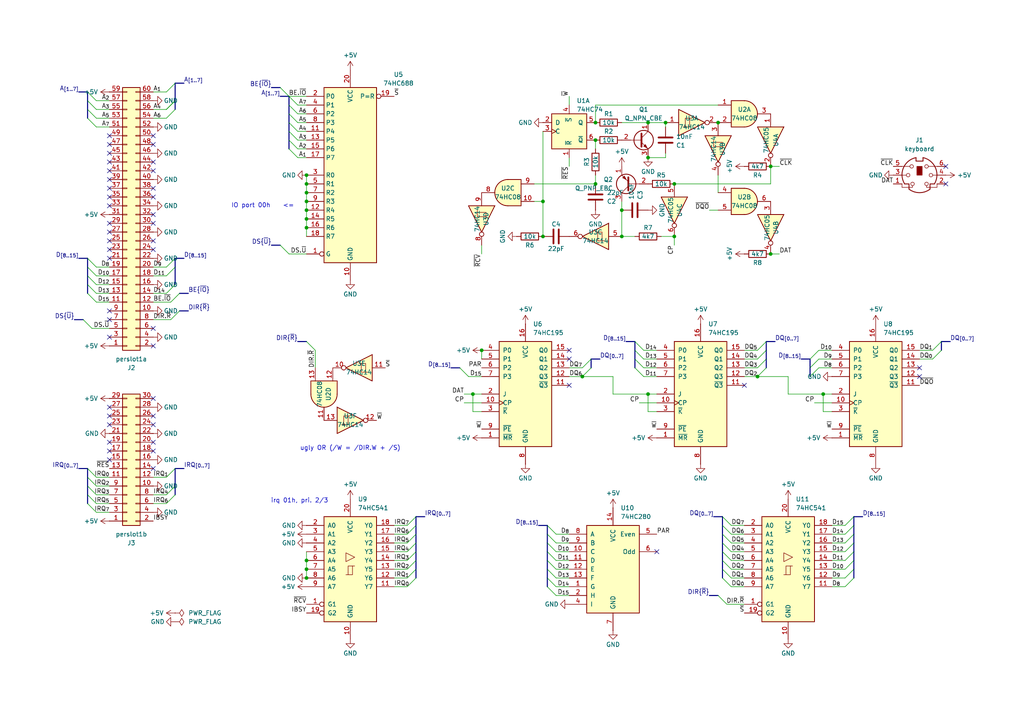
<source format=kicad_sch>
(kicad_sch (version 20250114) (generator "eeschema") (generator_version "9.0")
  (paper "A4")
  (text "IO port 00h	<=" (at 76.2 59.69 0) (effects (font (size 1.27 1.27))))
  (text "ugly OR (/W = /DIR.W + /S)" (at 101.6 130.81 0) (effects (font (size 1.27 1.27)) (justify bottom)))
  (text "irq 01h, pri. 2/3" (at 95.25 146.05 0) (effects (font (size 1.27 1.27)) (justify right bottom)))
  (junction (at 88.9 60.96))
  (junction (at 172.72 35.56))
  (junction (at 187.96 114.3))
  (junction (at 88.9 55.88))
  (junction (at 88.9 53.34))
  (junction (at 88.9 167.64))
  (junction (at 180.34 60.96))
  (junction (at 187.96 45.72))
  (junction (at 195.58 53.34))
  (junction (at 88.9 58.42))
  (junction (at 157.48 58.42))
  (junction (at 88.9 162.56))
  (junction (at 88.9 50.8))
  (junction (at 322.58 60.96))
  (junction (at 88.9 63.5))
  (junction (at 137.16 114.3))
  (junction (at 238.76 114.3))
  (junction (at 187.96 35.56))
  (junction (at 208.28 35.56))
  (junction (at 172.72 40.64))
  (junction (at 223.52 73.66))
  (junction (at 322.58 96.52))
  (junction (at 195.58 68.58))
  (junction (at 219.71 109.22))
  (junction (at 88.9 66.04))
  (junction (at 168.91 109.22))
  (junction (at 193.04 35.56))
  (junction (at 88.9 165.1))
  (junction (at 139.7 101.6))
  (junction (at 172.72 53.34))
  (junction (at 223.52 48.26))
  (junction (at 157.48 68.58))
  (junction (at 322.58 88.9))
  (junction (at 180.34 68.58))
  (no_connect (at 31.75 69.85))
  (no_connect (at 44.45 41.91))
  (no_connect (at 44.45 120.65))
  (no_connect (at 31.75 41.91))
  (no_connect (at 31.75 74.93))
  (no_connect (at 44.45 115.57))
  (no_connect (at 266.7 106.68))
  (no_connect (at 44.45 95.25))
  (no_connect (at 44.45 100.33))
  (no_connect (at 31.75 118.11))
  (no_connect (at 31.75 54.61))
  (no_connect (at 44.45 62.23))
  (no_connect (at 31.75 120.65))
  (no_connect (at 44.45 72.39))
  (no_connect (at 44.45 54.61))
  (no_connect (at 44.45 69.85))
  (no_connect (at 44.45 57.15))
  (no_connect (at 44.45 135.89))
  (no_connect (at 31.75 52.07))
  (no_connect (at 31.75 128.27))
  (no_connect (at 215.9 111.76))
  (no_connect (at 31.75 46.99))
  (no_connect (at 44.45 39.37))
  (no_connect (at 274.32 48.26))
  (no_connect (at 31.75 72.39))
  (no_connect (at 337.82 96.52))
  (no_connect (at 31.75 57.15))
  (no_connect (at 31.75 90.17))
  (no_connect (at 31.75 39.37))
  (no_connect (at 266.7 109.22))
  (no_connect (at 44.45 123.19))
  (no_connect (at 337.82 88.9))
  (no_connect (at 44.45 128.27))
  (no_connect (at 31.75 123.19))
  (no_connect (at 31.75 64.77))
  (no_connect (at 31.75 67.31))
  (no_connect (at 31.75 97.79))
  (no_connect (at 44.45 130.81))
  (no_connect (at 31.75 44.45))
  (no_connect (at 44.45 46.99))
  (no_connect (at 165.1 104.14))
  (no_connect (at 31.75 59.69))
  (no_connect (at 190.5 160.02))
  (no_connect (at 31.75 133.35))
  (no_connect (at 274.32 53.34))
  (no_connect (at 337.82 104.14))
  (no_connect (at 44.45 49.53))
  (no_connect (at 337.82 66.04))
  (no_connect (at 337.82 60.96))
  (no_connect (at 44.45 64.77))
  (no_connect (at 31.75 49.53))
  (no_connect (at 31.75 92.71))
  (no_connect (at 165.1 101.6))
  (no_connect (at 165.1 111.76))
  (no_connect (at 31.75 130.81))
  (bus_entry (at 118.11 152.4) (size 2.54 -2.54))
  (bus_entry (at 219.71 106.68) (size 2.54 -2.54))
  (bus_entry (at 219.71 109.22) (size 2.54 -2.54))
  (bus_entry (at 245.11 170.18) (size 2.54 -2.54))
  (bus_entry (at 219.71 104.14) (size 2.54 -2.54))
  (bus_entry (at 212.09 165.1) (size -2.54 -2.54))
  (bus_entry (at 27.94 148.59) (size -2.54 -2.54))
  (bus_entry (at 118.11 157.48) (size 2.54 -2.54))
  (bus_entry (at 245.11 154.94) (size 2.54 -2.54))
  (bus_entry (at 161.29 170.18) (size -2.54 -2.54))
  (bus_entry (at 118.11 165.1) (size 2.54 -2.54))
  (bus_entry (at 245.11 165.1) (size 2.54 -2.54))
  (bus_entry (at 186.69 101.6) (size -2.54 -2.54))
  (bus_entry (at 48.26 77.47) (size 2.54 -2.54))
  (bus_entry (at 212.09 152.4) (size -2.54 -2.54))
  (bus_entry (at 212.09 154.94) (size -2.54 -2.54))
  (bus_entry (at 212.09 170.18) (size -2.54 -2.54))
  (bus_entry (at 245.11 162.56) (size 2.54 -2.54))
  (bus_entry (at 186.69 109.22) (size -2.54 -2.54))
  (bus_entry (at 86.36 40.64) (size -2.54 -2.54))
  (bus_entry (at 219.71 101.6) (size 2.54 -2.54))
  (bus_entry (at 86.36 33.02) (size -2.54 -2.54))
  (bus_entry (at 237.49 104.14) (size -2.54 2.54))
  (bus_entry (at 27.94 82.55) (size -2.54 -2.54))
  (bus_entry (at 48.26 146.05) (size 2.54 -2.54))
  (bus_entry (at 27.94 87.63) (size -2.54 -2.54))
  (bus_entry (at 161.29 157.48) (size -2.54 -2.54))
  (bus_entry (at 237.49 106.68) (size -2.54 2.54))
  (bus_entry (at 212.09 160.02) (size -2.54 -2.54))
  (bus_entry (at 118.11 162.56) (size 2.54 -2.54))
  (bus_entry (at 83.82 27.94) (size -2.54 -2.54))
  (bus_entry (at 245.11 157.48) (size 2.54 -2.54))
  (bus_entry (at 86.36 35.56) (size -2.54 -2.54))
  (bus_entry (at 83.82 73.66) (size -2.54 -2.54))
  (bus_entry (at 27.94 31.75) (size -2.54 -2.54))
  (bus_entry (at 168.91 106.68) (size 2.54 -2.54))
  (bus_entry (at 48.26 31.75) (size 2.54 -2.54))
  (bus_entry (at 118.11 167.64) (size 2.54 -2.54))
  (bus_entry (at 168.91 109.22) (size 2.54 -2.54))
  (bus_entry (at 161.29 167.64) (size -2.54 -2.54))
  (bus_entry (at 212.09 162.56) (size -2.54 -2.54))
  (bus_entry (at 245.11 152.4) (size 2.54 -2.54))
  (bus_entry (at 86.36 30.48) (size -2.54 -2.54))
  (bus_entry (at 135.89 109.22) (size -2.54 -2.54))
  (bus_entry (at 27.94 146.05) (size -2.54 -2.54))
  (bus_entry (at 210.82 175.26) (size -2.54 -2.54))
  (bus_entry (at 48.26 34.29) (size 2.54 -2.54))
  (bus_entry (at 212.09 167.64) (size -2.54 -2.54))
  (bus_entry (at 48.26 80.01) (size 2.54 -2.54))
  (bus_entry (at 86.36 45.72) (size -2.54 -2.54))
  (bus_entry (at 27.94 34.29) (size -2.54 -2.54))
  (bus_entry (at 27.94 80.01) (size -2.54 -2.54))
  (bus_entry (at 48.26 138.43) (size 2.54 -2.54))
  (bus_entry (at 27.94 36.83) (size -2.54 -2.54))
  (bus_entry (at 27.94 85.09) (size -2.54 -2.54))
  (bus_entry (at 161.29 160.02) (size -2.54 -2.54))
  (bus_entry (at 118.11 160.02) (size 2.54 -2.54))
  (bus_entry (at 27.94 138.43) (size -2.54 -2.54))
  (bus_entry (at 48.26 143.51) (size 2.54 -2.54))
  (bus_entry (at 161.29 165.1) (size -2.54 -2.54))
  (bus_entry (at 245.11 160.02) (size 2.54 -2.54))
  (bus_entry (at 49.53 87.63) (size 2.54 -2.54))
  (bus_entry (at 118.11 154.94) (size 2.54 -2.54))
  (bus_entry (at 118.11 170.18) (size 2.54 -2.54))
  (bus_entry (at 27.94 140.97) (size -2.54 -2.54))
  (bus_entry (at 48.26 85.09) (size 2.54 -2.54))
  (bus_entry (at 48.26 31.75) (size 2.54 -2.54))
  (bus_entry (at 161.29 162.56) (size -2.54 -2.54))
  (bus_entry (at 270.51 101.6) (size 2.54 -2.54))
  (bus_entry (at 86.36 38.1) (size -2.54 -2.54))
  (bus_entry (at 161.29 154.94) (size -2.54 -2.54))
  (bus_entry (at 27.94 77.47) (size -2.54 -2.54))
  (bus_entry (at 245.11 167.64) (size 2.54 -2.54))
  (bus_entry (at 86.36 43.18) (size -2.54 -2.54))
  (bus_entry (at 212.09 157.48) (size -2.54 -2.54))
  (bus_entry (at 186.69 104.14) (size -2.54 -2.54))
  (bus_entry (at 237.49 101.6) (size -2.54 2.54))
  (bus_entry (at 27.94 29.21) (size -2.54 -2.54))
  (bus_entry (at 270.51 104.14) (size 2.54 -2.54))
  (bus_entry (at 186.69 106.68) (size -2.54 -2.54))
  (bus_entry (at 161.29 172.72) (size -2.54 -2.54))
  (bus_entry (at 48.26 26.67) (size 2.54 -2.54))
  (bus_entry (at 91.44 101.6) (size -2.54 -2.54))
  (bus_entry (at 27.94 143.51) (size -2.54 -2.54))
  (bus_entry (at 49.53 92.71) (size 2.54 -2.54))
  (bus_entry (at 24.13 92.71) (size 2.54 2.54))
  (wire (pts (xy 322.58 96.52) (xy 322.58 104.14)))
  (wire (pts (xy 195.58 53.34) (xy 223.52 53.34)))
  (bus (pts (xy 158.75 165.1) (xy 158.75 162.56)))
  (bus (pts (xy 50.8 82.55) (xy 50.8 77.47)))
  (wire (pts (xy 241.3 170.18) (xy 245.11 170.18)))
  (wire (pts (xy 139.7 114.3) (xy 137.16 114.3)))
  (wire (pts (xy 165.1 165.1) (xy 161.29 165.1)))
  (wire (pts (xy 215.9 175.26) (xy 210.82 175.26)))
  (bus (pts (xy 273.05 99.06) (xy 273.05 101.6)))
  (bus (pts (xy 50.8 77.47) (xy 50.8 74.93)))
  (wire (pts (xy 44.45 138.43) (xy 48.26 138.43)))
  (wire (pts (xy 88.9 53.34) (xy 88.9 55.88)))
  (bus (pts (xy 181.61 99.06) (xy 184.15 99.06)))
  (bus (pts (xy 25.4 31.75) (xy 25.4 34.29)))
  (wire (pts (xy 44.45 87.63) (xy 49.53 87.63)))
  (wire (pts (xy 180.34 60.96) (xy 180.34 58.42)))
  (wire (pts (xy 205.74 60.96) (xy 208.28 60.96)))
  (wire (pts (xy 31.75 82.55) (xy 27.94 82.55)))
  (wire (pts (xy 88.9 38.1) (xy 86.36 38.1)))
  (wire (pts (xy 228.6 109.22) (xy 228.6 114.3)))
  (wire (pts (xy 157.48 58.42) (xy 157.48 68.58)))
  (wire (pts (xy 137.16 114.3) (xy 137.16 119.38)))
  (wire (pts (xy 165.1 154.94) (xy 161.29 154.94)))
  (wire (pts (xy 190.5 101.6) (xy 186.69 101.6)))
  (wire (pts (xy 88.9 33.02) (xy 86.36 33.02)))
  (bus (pts (xy 83.82 40.64) (xy 83.82 43.18)))
  (wire (pts (xy 31.75 77.47) (xy 27.94 77.47)))
  (wire (pts (xy 208.28 30.48) (xy 172.72 30.48)))
  (bus (pts (xy 25.4 77.47) (xy 25.4 74.93)))
  (wire (pts (xy 134.62 114.3) (xy 137.16 114.3)))
  (wire (pts (xy 238.76 119.38) (xy 241.3 119.38)))
  (wire (pts (xy 88.9 162.56) (xy 88.9 160.02)))
  (wire (pts (xy 180.34 60.96) (xy 180.34 68.58)))
  (bus (pts (xy 83.82 30.48) (xy 83.82 27.94)))
  (bus (pts (xy 209.55 162.56) (xy 209.55 160.02)))
  (bus (pts (xy 209.55 149.86) (xy 209.55 152.4)))
  (bus (pts (xy 22.86 74.93) (xy 25.4 74.93)))
  (wire (pts (xy 44.45 85.09) (xy 48.26 85.09)))
  (wire (pts (xy 168.91 109.22) (xy 177.8 109.22)))
  (bus (pts (xy 25.4 29.21) (xy 25.4 31.75)))
  (wire (pts (xy 165.1 109.22) (xy 168.91 109.22)))
  (bus (pts (xy 83.82 33.02) (xy 83.82 30.48)))
  (wire (pts (xy 114.3 167.64) (xy 118.11 167.64)))
  (wire (pts (xy 154.94 58.42) (xy 157.48 58.42)))
  (bus (pts (xy 25.4 26.67) (xy 25.4 29.21)))
  (bus (pts (xy 209.55 165.1) (xy 209.55 162.56)))
  (bus (pts (xy 25.4 135.89) (xy 25.4 138.43)))
  (wire (pts (xy 31.75 36.83) (xy 27.94 36.83)))
  (bus (pts (xy 234.95 106.68) (xy 234.95 109.22)))
  (bus (pts (xy 25.4 80.01) (xy 25.4 77.47)))
  (bus (pts (xy 83.82 35.56) (xy 83.82 38.1)))
  (bus (pts (xy 81.28 27.94) (xy 83.82 27.94)))
  (wire (pts (xy 228.6 114.3) (xy 238.76 114.3)))
  (wire (pts (xy 88.9 43.18) (xy 86.36 43.18)))
  (wire (pts (xy 31.75 140.97) (xy 27.94 140.97)))
  (wire (pts (xy 241.3 160.02) (xy 245.11 160.02)))
  (bus (pts (xy 247.65 154.94) (xy 247.65 152.4)))
  (bus (pts (xy 158.75 162.56) (xy 158.75 160.02)))
  (wire (pts (xy 44.45 77.47) (xy 48.26 77.47)))
  (wire (pts (xy 114.3 165.1) (xy 118.11 165.1)))
  (wire (pts (xy 44.45 34.29) (xy 48.26 34.29)))
  (bus (pts (xy 222.25 101.6) (xy 222.25 104.14)))
  (wire (pts (xy 88.9 73.66) (xy 83.82 73.66)))
  (bus (pts (xy 78.74 71.12) (xy 81.28 71.12)))
  (wire (pts (xy 31.75 31.75) (xy 27.94 31.75)))
  (bus (pts (xy 232.41 104.14) (xy 234.95 104.14)))
  (wire (pts (xy 165.1 48.26) (xy 165.1 45.72)))
  (wire (pts (xy 177.8 114.3) (xy 187.96 114.3)))
  (wire (pts (xy 193.04 35.56) (xy 193.04 36.83)))
  (bus (pts (xy 184.15 106.68) (xy 184.15 104.14)))
  (wire (pts (xy 223.52 48.26) (xy 223.52 53.34)))
  (wire (pts (xy 134.62 116.84) (xy 139.7 116.84)))
  (wire (pts (xy 165.1 162.56) (xy 161.29 162.56)))
  (bus (pts (xy 50.8 140.97) (xy 50.8 143.51)))
  (wire (pts (xy 88.9 27.94) (xy 83.82 27.94)))
  (wire (pts (xy 187.96 35.56) (xy 193.04 35.56)))
  (bus (pts (xy 184.15 101.6) (xy 184.15 99.06)))
  (bus (pts (xy 21.59 92.71) (xy 24.13 92.71)))
  (wire (pts (xy 215.9 167.64) (xy 212.09 167.64)))
  (wire (pts (xy 114.3 162.56) (xy 118.11 162.56)))
  (bus (pts (xy 120.65 157.48) (xy 120.65 160.02)))
  (wire (pts (xy 44.45 31.75) (xy 48.26 31.75)))
  (wire (pts (xy 215.9 160.02) (xy 212.09 160.02)))
  (wire (pts (xy 241.3 114.3) (xy 238.76 114.3)))
  (wire (pts (xy 139.7 71.12) (xy 139.7 73.66)))
  (wire (pts (xy 236.22 116.84) (xy 241.3 116.84)))
  (wire (pts (xy 137.16 119.38) (xy 139.7 119.38)))
  (bus (pts (xy 53.34 24.13) (xy 50.8 24.13)))
  (bus (pts (xy 209.55 152.4) (xy 209.55 154.94)))
  (wire (pts (xy 193.04 45.72) (xy 193.04 44.45)))
  (wire (pts (xy 241.3 104.14) (xy 237.49 104.14)))
  (bus (pts (xy 50.8 24.13) (xy 50.8 29.21)))
  (wire (pts (xy 187.96 114.3) (xy 187.96 119.38)))
  (wire (pts (xy 165.1 157.48) (xy 161.29 157.48)))
  (wire (pts (xy 241.3 154.94) (xy 245.11 154.94)))
  (bus (pts (xy 25.4 82.55) (xy 25.4 80.01)))
  (bus (pts (xy 247.65 167.64) (xy 247.65 165.1)))
  (wire (pts (xy 215.9 165.1) (xy 212.09 165.1)))
  (wire (pts (xy 165.1 106.68) (xy 168.91 106.68)))
  (bus (pts (xy 120.65 154.94) (xy 120.65 157.48)))
  (wire (pts (xy 223.52 48.26) (xy 226.06 48.26)))
  (wire (pts (xy 165.1 167.64) (xy 161.29 167.64)))
  (wire (pts (xy 215.9 157.48) (xy 212.09 157.48)))
  (wire (pts (xy 172.72 43.18) (xy 172.72 40.64)))
  (wire (pts (xy 114.3 157.48) (xy 118.11 157.48)))
  (wire (pts (xy 180.34 68.58) (xy 184.15 68.58)))
  (wire (pts (xy 208.28 50.8) (xy 208.28 55.88)))
  (bus (pts (xy 120.65 162.56) (xy 120.65 165.1)))
  (wire (pts (xy 238.76 114.3) (xy 238.76 119.38)))
  (bus (pts (xy 120.65 160.02) (xy 120.65 162.56)))
  (wire (pts (xy 185.42 116.84) (xy 190.5 116.84)))
  (wire (pts (xy 187.96 119.38) (xy 190.5 119.38)))
  (bus (pts (xy 25.4 135.89) (xy 22.86 135.89)))
  (wire (pts (xy 215.9 104.14) (xy 219.71 104.14)))
  (wire (pts (xy 241.3 101.6) (xy 237.49 101.6)))
  (wire (pts (xy 88.9 30.48) (xy 86.36 30.48)))
  (wire (pts (xy 114.3 160.02) (xy 118.11 160.02)))
  (wire (pts (xy 26.67 95.25) (xy 31.75 95.25)))
  (wire (pts (xy 241.3 106.68) (xy 237.49 106.68)))
  (wire (pts (xy 215.9 152.4) (xy 212.09 152.4)))
  (wire (pts (xy 31.75 146.05) (xy 27.94 146.05)))
  (bus (pts (xy 234.95 104.14) (xy 234.95 106.68)))
  (wire (pts (xy 88.9 55.88) (xy 88.9 58.42)))
  (wire (pts (xy 91.44 106.68) (xy 91.44 101.6)))
  (wire (pts (xy 215.9 101.6) (xy 219.71 101.6)))
  (wire (pts (xy 139.7 101.6) (xy 139.7 104.14)))
  (bus (pts (xy 25.4 138.43) (xy 25.4 140.97)))
  (bus (pts (xy 224.79 99.06) (xy 222.25 99.06)))
  (wire (pts (xy 266.7 101.6) (xy 270.51 101.6)))
  (wire (pts (xy 215.9 170.18) (xy 212.09 170.18)))
  (bus (pts (xy 247.65 160.02) (xy 247.65 157.48)))
  (bus (pts (xy 222.25 104.14) (xy 222.25 106.68)))
  (bus (pts (xy 247.65 149.86) (xy 250.19 149.86)))
  (wire (pts (xy 172.72 50.8) (xy 172.72 53.34)))
  (bus (pts (xy 158.75 152.4) (xy 156.21 152.4)))
  (wire (pts (xy 195.58 68.58) (xy 195.58 71.12)))
  (bus (pts (xy 50.8 135.89) (xy 50.8 140.97)))
  (bus (pts (xy 207.01 149.86) (xy 209.55 149.86)))
  (wire (pts (xy 114.3 152.4) (xy 118.11 152.4)))
  (wire (pts (xy 114.3 170.18) (xy 118.11 170.18)))
  (wire (pts (xy 172.72 30.48) (xy 172.72 35.56)))
  (wire (pts (xy 241.3 165.1) (xy 245.11 165.1)))
  (wire (pts (xy 31.75 148.59) (xy 27.94 148.59)))
  (wire (pts (xy 190.5 109.22) (xy 186.69 109.22)))
  (bus (pts (xy 22.86 26.67) (xy 25.4 26.67)))
  (bus (pts (xy 171.45 104.14) (xy 171.45 106.68)))
  (wire (pts (xy 88.9 167.64) (xy 88.9 165.1)))
  (bus (pts (xy 83.82 35.56) (xy 83.82 33.02)))
  (wire (pts (xy 88.9 63.5) (xy 88.9 66.04)))
  (bus (pts (xy 25.4 140.97) (xy 25.4 143.51)))
  (wire (pts (xy 31.75 34.29) (xy 27.94 34.29)))
  (wire (pts (xy 165.1 172.72) (xy 161.29 172.72)))
  (wire (pts (xy 165.1 27.94) (xy 165.1 30.48)))
  (wire (pts (xy 88.9 35.56) (xy 86.36 35.56)))
  (wire (pts (xy 31.75 143.51) (xy 27.94 143.51)))
  (wire (pts (xy 88.9 50.8) (xy 88.9 53.34)))
  (wire (pts (xy 177.8 109.22) (xy 177.8 114.3)))
  (wire (pts (xy 88.9 60.96) (xy 88.9 63.5)))
  (wire (pts (xy 154.94 53.34) (xy 172.72 53.34)))
  (bus (pts (xy 120.65 165.1) (xy 120.65 167.64)))
  (bus (pts (xy 158.75 154.94) (xy 158.75 152.4)))
  (bus (pts (xy 209.55 157.48) (xy 209.55 154.94)))
  (wire (pts (xy 322.58 60.96) (xy 322.58 63.5)))
  (bus (pts (xy 50.8 135.89) (xy 53.34 135.89)))
  (wire (pts (xy 180.34 35.56) (xy 187.96 35.56)))
  (bus (pts (xy 54.61 85.09) (xy 52.07 85.09)))
  (bus (pts (xy 275.59 99.06) (xy 273.05 99.06)))
  (wire (pts (xy 31.75 80.01) (xy 27.94 80.01)))
  (wire (pts (xy 190.5 106.68) (xy 186.69 106.68)))
  (wire (pts (xy 31.75 138.43) (xy 27.94 138.43)))
  (bus (pts (xy 54.61 90.17) (xy 52.07 90.17)))
  (wire (pts (xy 31.75 29.21) (xy 27.94 29.21)))
  (bus (pts (xy 25.4 143.51) (xy 25.4 146.05)))
  (wire (pts (xy 223.52 73.66) (xy 226.06 73.66)))
  (wire (pts (xy 88.9 58.42) (xy 88.9 60.96)))
  (wire (pts (xy 139.7 109.22) (xy 135.89 109.22)))
  (bus (pts (xy 158.75 170.18) (xy 158.75 167.64)))
  (wire (pts (xy 157.48 38.1) (xy 157.48 58.42)))
  (wire (pts (xy 241.3 162.56) (xy 245.11 162.56)))
  (wire (pts (xy 88.9 66.04) (xy 88.9 68.58)))
  (bus (pts (xy 83.82 38.1) (xy 83.82 40.64)))
  (wire (pts (xy 215.9 106.68) (xy 219.71 106.68)))
  (wire (pts (xy 44.45 92.71) (xy 49.53 92.71)))
  (wire (pts (xy 44.45 143.51) (xy 48.26 143.51)))
  (wire (pts (xy 44.45 146.05) (xy 48.26 146.05)))
  (bus (pts (xy 120.65 149.86) (xy 120.65 152.4)))
  (wire (pts (xy 241.3 152.4) (xy 245.11 152.4)))
  (bus (pts (xy 25.4 85.09) (xy 25.4 82.55)))
  (wire (pts (xy 88.9 165.1) (xy 88.9 162.56)))
  (bus (pts (xy 173.99 104.14) (xy 171.45 104.14)))
  (bus (pts (xy 130.81 106.68) (xy 133.35 106.68)))
  (wire (pts (xy 165.1 170.18) (xy 161.29 170.18)))
  (wire (pts (xy 88.9 40.64) (xy 86.36 40.64)))
  (wire (pts (xy 322.58 88.9) (xy 322.58 96.52)))
  (wire (pts (xy 215.9 154.94) (xy 212.09 154.94)))
  (bus (pts (xy 120.65 149.86) (xy 123.19 149.86)))
  (wire (pts (xy 266.7 104.14) (xy 270.51 104.14)))
  (bus (pts (xy 222.25 99.06) (xy 222.25 101.6)))
  (wire (pts (xy 190.5 114.3) (xy 187.96 114.3)))
  (bus (pts (xy 247.65 165.1) (xy 247.65 162.56)))
  (wire (pts (xy 187.96 45.72) (xy 193.04 45.72)))
  (wire (pts (xy 241.3 157.48) (xy 245.11 157.48)))
  (wire (pts (xy 190.5 104.14) (xy 186.69 104.14)))
  (wire (pts (xy 44.45 80.01) (xy 48.26 80.01)))
  (wire (pts (xy 31.75 85.09) (xy 27.94 85.09)))
  (wire (pts (xy 165.1 160.02) (xy 161.29 160.02)))
  (wire (pts (xy 114.3 154.94) (xy 118.11 154.94)))
  (wire (pts (xy 88.9 45.72) (xy 86.36 45.72)))
  (bus (pts (xy 184.15 104.14) (xy 184.15 101.6)))
  (bus (pts (xy 247.65 157.48) (xy 247.65 154.94)))
  (wire (pts (xy 191.77 68.58) (xy 195.58 68.58)))
  (bus (pts (xy 78.74 25.4) (xy 81.28 25.4)))
  (wire (pts (xy 215.9 109.22) (xy 219.71 109.22)))
  (wire (pts (xy 219.71 109.22) (xy 228.6 109.22)))
  (bus (pts (xy 247.65 152.4) (xy 247.65 149.86)))
  (wire (pts (xy 44.45 26.67) (xy 48.26 26.67)))
  (bus (pts (xy 158.75 160.02) (xy 158.75 157.48)))
  (bus (pts (xy 50.8 29.21) (xy 50.8 31.75)))
  (bus (pts (xy 120.65 152.4) (xy 120.65 154.94)))
  (bus (pts (xy 158.75 167.64) (xy 158.75 165.1)))
  (bus (pts (xy 209.55 167.64) (xy 209.55 165.1)))
  (bus (pts (xy 158.75 157.48) (xy 158.75 154.94)))
  (bus (pts (xy 50.8 74.93) (xy 53.34 74.93)))
  (bus (pts (xy 247.65 162.56) (xy 247.65 160.02)))
  (wire (pts (xy 215.9 162.56) (xy 212.09 162.56)))
  (wire (pts (xy 31.75 87.63) (xy 27.94 87.63)))
  (bus (pts (xy 209.55 160.02) (xy 209.55 157.48)))
  (wire (pts (xy 241.3 167.64) (xy 245.11 167.64)))
  (bus (pts (xy 205.74 172.72) (xy 208.28 172.72)))
  (bus (pts (xy 86.36 99.06) (xy 88.9 99.06)))
  (label "IRQ_{6}" (at 114.3 154.94 0))
  (label "DQ_{0}" (at 266.7 104.14 0))
  (label "~{CLK}" (at 259.08 48.26 180))
  (label "BE.~{IO}" (at 44.45 87.63 0))
  (label "DAT" (at 259.08 53.34 180))
  (label "DQ_{0}" (at 215.9 170.18 180))
  (label "IRQ_{3}" (at 31.75 143.51 180))
  (label "DAT" (at 226.06 73.66 0))
  (label "D_{12}" (at 241.3 160.02 0))
  (label "DQ_{7}" (at 215.9 152.4 180))
  (label "~{W}" (at 109.22 121.92 0))
  (label "IBSY" (at 44.45 151.13 0))
  (label "A_{4}" (at 44.45 31.75 0))
  (label "~{DQO}" (at 266.7 111.76 0))
  (label "PAR" (at 139.7 106.68 180))
  (label "A_{4}" (at 88.9 38.1 180))
  (label "D_{10}" (at 165.1 160.02 180))
  (label "D_{8}" (at 241.3 106.68 180))
  (label "DQ_{5}" (at 215.9 157.48 180))
  (label "CP" (at 195.58 71.12 270))
  (label "A_{7}" (at 31.75 36.83 180))
  (label "D_{15}" (at 165.1 172.72 180))
  (label "IRQ_{[0..7]}" (at 53.34 135.89 0))
  (label "DS{~{U}}" (at 21.59 92.71 180))
  (label "IRQ_{7}" (at 31.75 148.59 180))
  (label "DQ_{1}" (at 266.7 101.6 0))
  (label "~{W}" (at 139.7 124.46 180))
  (label "D_{9}" (at 241.3 104.14 180))
  (label "~{S}" (at 111.76 106.68 0))
  (label "D_{10}" (at 241.3 165.1 0))
  (label "DIR{~{R}}" (at 205.74 172.72 180))
  (label "D_{14}" (at 190.5 101.6 180))
  (label "D_{11}" (at 44.45 80.01 0))
  (label "A_{[1..7]}" (at 22.86 26.67 180))
  (label "D_{9}" (at 44.45 77.47 0))
  (label "~{RCV}" (at 88.9 175.26 180))
  (label "CP" (at 185.42 116.84 180))
  (label "~{RES}" (at 165.1 48.26 270))
  (label "DQ_{[0..7]}" (at 173.99 104.14 0))
  (label "A_{2}" (at 88.9 43.18 180))
  (label "D_{10}" (at 241.3 101.6 180))
  (label "D_{8}" (at 165.1 154.94 180))
  (label "IRQ_{2}" (at 114.3 165.1 0))
  (label "IRQ_{4}" (at 44.45 143.51 0))
  (label "A_{[1..7]}" (at 53.34 24.13 0))
  (label "D_{13}" (at 241.3 157.48 0))
  (label "A_{3}" (at 88.9 40.64 180))
  (label "~{S}" (at 215.9 177.8 180))
  (label "A_{5}" (at 88.9 35.56 180))
  (label "PAR" (at 190.5 154.94 0))
  (label "D_{14}" (at 44.45 85.09 0))
  (label "D_{11}" (at 241.3 162.56 0))
  (label "D_{[8..15]}" (at 250.19 149.86 0))
  (label "D_{8}" (at 241.3 170.18 0))
  (label "BE{~{IO}}" (at 78.74 25.4 180))
  (label "A_{2}" (at 31.75 29.21 180))
  (label "D_{8}" (at 31.75 77.47 180))
  (label "DS{~{U}}" (at 78.74 71.12 180))
  (label "D_{[8..15]}" (at 232.41 104.14 180))
  (label "~{DQO}" (at 205.74 60.96 180))
  (label "D_{[8..15]}" (at 22.86 74.93 180))
  (label "IRQ_{[0..7]}" (at 22.86 135.89 180))
  (label "IRQ_{5}" (at 31.75 146.05 180))
  (label "IRQ_{6}" (at 44.45 146.05 0))
  (label "D_{13}" (at 165.1 167.64 180))
  (label "DAT" (at 134.62 114.3 180))
  (label "~{RES}" (at 31.75 135.89 180))
  (label "IRQ_{5}" (at 114.3 157.48 0))
  (label "DQ_{3}" (at 215.9 106.68 0))
  (label "~{S}" (at 114.3 27.94 0))
  (label "IBSY" (at 88.9 177.8 180))
  (label "DIR{~{R}}" (at 86.36 99.06 180))
  (label "D_{14}" (at 165.1 170.18 180))
  (label "DS.~{U}" (at 31.75 95.25 180))
  (label "~{W}" (at 165.1 27.94 90))
  (label "DQ_{5}" (at 215.9 101.6 0))
  (label "A_{1}" (at 88.9 45.72 180))
  (label "D_{9}" (at 165.1 157.48 180))
  (label "D_{15}" (at 31.75 87.63 180))
  (label "DQ_{2}" (at 215.9 165.1 180))
  (label "D_{[8..15]}" (at 53.34 74.93 0))
  (label "D_{11}" (at 165.1 162.56 180))
  (label "~{W}" (at 190.5 124.46 180))
  (label "D_{15}" (at 139.7 109.22 180))
  (label "IRQ_{0}" (at 114.3 170.18 0))
  (label "DIR.~{R}" (at 215.9 175.26 180))
  (label "D_{13}" (at 190.5 104.14 180))
  (label "DQ_{6}" (at 165.1 109.22 0))
  (label "D_{11}" (at 190.5 109.22 180))
  (label "D_{13}" (at 31.75 85.09 180))
  (label "DIR.~{R}" (at 91.44 106.68 90))
  (label "BE{~{IO}}" (at 54.61 85.09 0))
  (label "IRQ_{1}" (at 114.3 167.64 0))
  (label "DQ_{3}" (at 215.9 162.56 180))
  (label "A_{7}" (at 88.9 30.48 180))
  (label "DIR.~{R}" (at 44.45 92.71 0))
  (label "D_{12}" (at 165.1 165.1 180))
  (label "DQ_{[0..7]}" (at 207.01 149.86 180))
  (label "IRQ_{1}" (at 44.45 138.43 0))
  (label "CP" (at 134.62 116.84 180))
  (label "D_{14}" (at 241.3 154.94 0))
  (label "A_{6}" (at 44.45 34.29 0))
  (label "D_{12}" (at 190.5 106.68 180))
  (label "IRQ_{7}" (at 114.3 152.4 0))
  (label "DS.~{U}" (at 88.9 73.66 180))
  (label "DQ_{[0..7]}" (at 224.79 99.06 0))
  (label "D_{[8..15]}" (at 156.21 152.4 180))
  (label "DQ_{1}" (at 215.9 167.64 180))
  (label "IRQ_{0}" (at 31.75 138.43 180))
  (label "DQ_{[0..7]}" (at 275.59 99.06 0))
  (label "CP" (at 236.22 116.84 180))
  (label "~{RCV}" (at 139.7 73.66 270))
  (label "~{W}" (at 241.3 124.46 180))
  (label "A_{6}" (at 88.9 33.02 180))
  (label "A_{1}" (at 44.45 26.67 0))
  (label "DQ_{4}" (at 215.9 104.14 0))
  (label "D_{15}" (at 241.3 152.4 0))
  (label "D_{10}" (at 31.75 80.01 180))
  (label "BE.~{IO}" (at 88.9 27.94 180))
  (label "A_{3}" (at 31.75 31.75 180))
  (label "DQ_{7}" (at 165.1 106.68 0))
  (label "DQ_{6}" (at 215.9 154.94 180))
  (label "D_{12}" (at 31.75 82.55 180))
  (label "~{CLK}" (at 226.06 48.26 0))
  (label "IRQ_{4}" (at 114.3 160.02 0))
  (label "IRQ_{[0..7]}" (at 123.19 149.86 0))
  (label "IRQ_{3}" (at 114.3 162.56 0))
  (label "D_{9}" (at 241.3 167.64 0))
  (label "DQ_{2}" (at 215.9 109.22 0))
  (label "A_{5}" (at 31.75 34.29 180))
  (label "IRQ_{2}" (at 31.75 140.97 180))
  (label "D_{[8..15]}" (at 130.81 106.68 180))
  (label "D_{[8..15]}" (at 181.61 99.06 180))
  (label "DIR{~{R}}" (at 54.61 90.17 0))
  (label "DQ_{4}" (at 215.9 160.02 180))
  (label "A_{[1..7]}" (at 81.28 27.94 180))
  (symbol (lib_id "power:GND") (at 254 134.62 0) (mirror y) (unit 1)
    (property "Reference" "#PWR054" (effects (hide yes)))
    (property "Value" "GND" (at 254 138.684 0))
    (property "Description" "Power symbol creates a global label with name \"GND\" , ground" (effects (hide yes)))
  )
  (symbol (lib_id "power:GND") (at 44.45 59.69 90) (mirror x) (unit 1)
    (property "Reference" "#PWR023" (effects (hide yes)))
    (property "Value" "GND" (at 47.498 59.69 90) (effects (justify right)))
    (property "Description" "Power symbol creates a global label with name \"GND\" , ground" (effects (hide yes)))
  )
  (symbol (lib_id "power:+9V") (at 254 93.98 0) (unit 1)
    (property "Reference" "#PWR039" (effects (hide yes)))
    (property "Value" "+5V" (at 254 89.662 0))
    (property "Description" "Power symbol creates a global label with name \"+9V\"" (effects (hide yes)))
  )
  (symbol (lib_id "Device:R") (at 191.77 53.34 90) (unit 1)
    (property "Reference" "R5" (at 191.77 50.8 90))
    (property "Value" "10k" (at 191.77 53.34 90))
    (property "Footprint" "Resistor_THT:R_Axial_DIN0207_L6.3mm_D2.5mm_P2.54mm_Vertical" (effects (hide yes)))
    (property "Description" "Resistor" (effects (hide yes)))
  )
  (symbol (lib_id "Transistor_BJT:Q_NPN_CBE") (at 185.42 40.64 0) (unit 1)
    (property "Reference" "Q1" (at 186.69 31.75 0))
    (property "Value" "Q_NPN_CBE" (at 186.69 34.29 0))
    (property "Footprint" "Package_TO_SOT_THT:TO-92" (effects (hide yes)))
    (property "Description" "NPN transistor, collector/base/emitter" (effects (hide yes)))
  )
  (symbol (lib_id "power:+9V") (at 88.9 170.18 90) (unit 1)
    (property "Reference" "#PWR061" (effects (hide yes)))
    (property "Value" "+5V" (at 85.598 170.18 90) (effects (justify left)))
    (property "Description" "Power symbol creates a global label with name \"+9V\"" (effects (hide yes)))
  )
  (symbol (lib_id "power:GND") (at 44.45 90.17 90) (mirror x) (unit 1)
    (property "Reference" "#PWR036" (effects (hide yes)))
    (property "Value" "GND" (at 47.498 90.17 90) (effects (justify right)))
    (property "Description" "Power symbol creates a global label with name \"GND\" , ground" (effects (hide yes)))
  )
  (symbol (lib_id "74xx:74LS05") (at 223.52 40.64 270) (unit 1)
    (property "Reference" "U4" (at 225.044 40.64 0))
    (property "Value" "74HC05" (at 222.25 40.64 0))
    (property "Footprint" "Package_DIP:DIP-14_W7.62mm" (effects (hide yes)))
    (property "Datasheet" "http://www.ti.com/lit/gpn/sn74LS05" (effects (hide yes)))
    (property "Description" "Inverter Open Collect" (effects (hide yes)))
  )
  (symbol (lib_id "74xx:74LS08") (at 215.9 58.42 0) (unit 2)
    (property "Reference" "U2" (at 215.9 57.15 0))
    (property "Value" "74HC08" (at 215.9 59.69 0))
    (property "Footprint" "Package_DIP:DIP-14_W7.62mm" (effects (hide yes)))
    (property "Datasheet" "http://www.ti.com/lit/gpn/sn74LS08" (effects (hide yes)))
    (property "Description" "Quad And2" (effects (hide yes)))
  )
  (symbol (lib_id "power:GND") (at 44.45 133.35 90) (mirror x) (unit 1)
    (property "Reference" "#PWR051" (effects (hide yes)))
    (property "Value" "GND" (at 47.498 133.35 90) (effects (justify right)))
    (property "Description" "Power symbol creates a global label with name \"GND\" , ground" (effects (hide yes)))
  )
  (symbol (lib_id "power:+9V") (at 31.75 115.57 90) (mirror x) (unit 1)
    (property "Reference" "#PWR044" (effects (hide yes)))
    (property "Value" "+5V" (at 28.448 115.57 90) (effects (justify left)))
    (property "Description" "Power symbol creates a global label with name \"+9V\"" (effects (hide yes)))
  )
  (symbol (lib_id "power:+9V") (at 317.5 30.48 90) (mirror x) (unit 1)
    (property "Reference" "#PWR010" (effects (hide yes)))
    (property "Value" "+5V" (at 314.198 30.48 90) (effects (justify left)))
    (property "Description" "Power symbol creates a global label with name \"+9V\"" (effects (hide yes)))
  )
  (symbol (lib_id "power:GND") (at 44.45 67.31 90) (mirror x) (unit 1)
    (property "Reference" "#PWR028" (effects (hide yes)))
    (property "Value" "GND" (at 47.498 67.31 90) (effects (justify right)))
    (property "Description" "Power symbol creates a global label with name \"GND\" , ground" (effects (hide yes)))
  )
  (symbol (lib_id "74xx:74LS05") (at 330.2 104.14 0) (unit 6)
    (property "Reference" "U4" (at 330.2 102.616 0))
    (property "Value" "74HC05" (at 330.2 105.156 0))
    (property "Footprint" "Package_DIP:DIP-14_W7.62mm" (effects (hide yes)))
    (property "Datasheet" "http://www.ti.com/lit/gpn/sn74LS05" (effects (hide yes)))
    (property "Description" "Inverter Open Collect" (effects (hide yes)))
  )
  (symbol (lib_id "power:+9V") (at 31.75 26.67 90) (mirror x) (unit 1)
    (property "Reference" "#PWR08" (effects (hide yes)))
    (property "Value" "+5V" (at 28.448 26.67 90) (effects (justify left)))
    (property "Description" "Power symbol creates a global label with name \"+9V\"" (effects (hide yes)))
  )
  (symbol (lib_id "power:GND") (at 149.86 68.58 270) (mirror x) (unit 1)
    (property "Reference" "#PWR029" (effects (hide yes)))
    (property "Value" "GND" (at 145.796 68.58 0))
    (property "Description" "Power symbol creates a global label with name \"GND\" , ground" (effects (hide yes)))
  )
  (symbol (lib_id "Connector_Generic:Conn_02x15_Odd_Even") (at 36.83 133.35 0) (mirror x) (unit 1)
    (property "Reference" "J3" (at 38.1 157.48 0))
    (property "Value" "perslot1b" (at 38.1 154.94 0))
    (property "Footprint" "Connector_PCBEdge:pcb_edge_30_P2.54_new" (effects (hide yes)))
  )
  (symbol (lib_id "74xx:74LS08") (at 330.2 10.16 90) (unit 5)
    (property "Reference" "U2" (at 330.2 8.89 90))
    (property "Value" "74HC08" (at 330.2 11.43 90))
    (property "Footprint" "Package_DIP:DIP-14_W7.62mm" (effects (hide yes)))
    (property "Datasheet" "http://www.ti.com/lit/gpn/sn74LS08" (effects (hide yes)))
    (property "Description" "Quad And2" (effects (hide yes)))
  )
  (symbol (lib_id "Device:R") (at 176.53 40.64 90) (unit 1)
    (property "Reference" "R2" (at 176.53 38.1 90))
    (property "Value" "10k" (at 176.53 40.64 90))
    (property "Footprint" "Resistor_THT:R_Axial_DIN0207_L6.3mm_D2.5mm_P2.54mm_Vertical" (effects (hide yes)))
    (property "Description" "Resistor" (effects (hide yes)))
  )
  (symbol (lib_id "74xx:74LS05") (at 195.58 60.96 270) (unit 3)
    (property "Reference" "U4" (at 197.104 60.96 0))
    (property "Value" "74HC05" (at 194.564 60.96 0))
    (property "Footprint" "Package_DIP:DIP-14_W7.62mm" (effects (hide yes)))
    (property "Datasheet" "http://www.ti.com/lit/gpn/sn74LS05" (effects (hide yes)))
    (property "Description" "Inverter Open Collect" (effects (hide yes)))
  )
  (symbol (lib_id "Connector_Generic:Conn_02x30_Odd_Even") (at 36.83 64.77 0) (mirror x) (unit 1)
    (property "Reference" "J2" (at 38.1 106.68 0))
    (property "Value" "perslot1a" (at 38.1 104.14 0))
    (property "Footprint" "Connector_PCBEdge:pcb_edge_60_P2.54_new" (effects (hide yes)))
  )
  (symbol (lib_id "power:+9V") (at 203.2 93.98 0) (unit 1)
    (property "Reference" "#PWR038" (effects (hide yes)))
    (property "Value" "+5V" (at 203.2 89.662 0))
    (property "Description" "Power symbol creates a global label with name \"+9V\"" (effects (hide yes)))
  )
  (symbol (lib_id "74xx:74LS195") (at 152.4 114.3 0) (unit 1)
    (property "Reference" "U6" (at 154.5941 93.98 0) (effects (justify left)))
    (property "Value" "74HC195" (at 154.5941 96.52 0) (effects (justify left)))
    (property "Footprint" "Package_DIP:DIP-16_W7.62mm" (effects (hide yes)))
    (property "Datasheet" "http://www.ti.com/lit/gpn/sn74LS195" (effects (hide yes)))
    (property "Description" "Shift Register 4-bit, parallel" (effects (hide yes)))
  )
  (symbol (lib_id "power:GND") (at 259.08 50.8 270) (unit 1)
    (property "Reference" "#PWR019" (effects (hide yes)))
    (property "Value" "GND" (at 256.032 50.8 90) (effects (justify right)))
    (property "Description" "Power symbol creates a global label with name \"GND\" , ground" (effects (hide yes)))
  )
  (symbol (lib_id "power:+9V") (at 177.8 147.32 0) (unit 1)
    (property "Reference" "#PWR058" (effects (hide yes)))
    (property "Value" "+5V" (at 177.8 143.002 0))
    (property "Description" "Power symbol creates a global label with name \"+9V\"" (effects (hide yes)))
  )
  (symbol (lib_id "power:+9V") (at 139.7 101.6 90) (mirror x) (unit 1)
    (property "Reference" "#PWR042" (effects (hide yes)))
    (property "Value" "+5V" (at 136.398 101.6 90) (effects (justify left)))
    (property "Description" "Power symbol creates a global label with name \"+9V\"" (effects (hide yes)))
  )
  (symbol (lib_id "power:+9V") (at 101.6 20.32 0) (unit 1)
    (property "Reference" "#PWR05" (effects (hide yes)))
    (property "Value" "+5V" (at 101.6 16.002 0))
    (property "Description" "Power symbol creates a global label with name \"+9V\"" (effects (hide yes)))
  )
  (symbol (lib_id "power:GND") (at 88.9 167.64 270) (mirror x) (unit 1)
    (property "Reference" "#PWR062" (effects (hide yes)))
    (property "Value" "GND" (at 85.852 167.64 90) (effects (justify right)))
    (property "Description" "Power symbol creates a global label with name \"GND\" , ground" (effects (hide yes)))
  )
  (symbol (lib_id "74xx:74LS280") (at 177.8 165.1 0) (unit 1)
    (property "Reference" "U10" (at 179.9941 147.32 0) (effects (justify left)))
    (property "Value" "74HC280" (at 179.9941 149.86 0) (effects (justify left)))
    (property "Footprint" "Package_DIP:DIP-14_W7.62mm" (effects (hide yes)))
    (property "Datasheet" "http://www.ti.com/lit/gpn/sn74LS280" (effects (hide yes)))
    (property "Description" "Parity Generator/Checker" (effects (hide yes)))
  )
  (symbol (lib_id "power:GND") (at 31.75 125.73 270) (unit 1)
    (property "Reference" "#PWR046" (effects (hide yes)))
    (property "Value" "GND" (at 28.702 125.73 90) (effects (justify right)))
    (property "Description" "Power symbol creates a global label with name \"GND\" , ground" (effects (hide yes)))
  )
  (symbol (lib_id "power:+9V") (at 330.2 71.12 180) (unit 1)
    (property "Reference" "#PWR030" (effects (hide yes)))
    (property "Value" "+5V" (at 330.2 75.438 0))
    (property "Description" "Power symbol creates a global label with name \"+9V\"" (effects (hide yes)))
  )
  (symbol (lib_id "power:GND") (at 322.58 60.96 270) (unit 1)
    (property "Reference" "#PWR026" (effects (hide yes)))
    (property "Value" "GND" (at 319.532 60.96 90) (effects (justify right)))
    (property "Description" "Power symbol creates a global label with name \"GND\" , ground" (effects (hide yes)))
  )
  (symbol (lib_id "power:GND") (at 172.72 60.96 0) (mirror y) (unit 1)
    (property "Reference" "#PWR024" (effects (hide yes)))
    (property "Value" "GND" (at 172.72 65.024 0))
    (property "Description" "Power symbol creates a global label with name \"GND\" , ground" (effects (hide yes)))
  )
  (symbol (lib_id "power:GND") (at 44.45 125.73 90) (mirror x) (unit 1)
    (property "Reference" "#PWR047" (effects (hide yes)))
    (property "Value" "GND" (at 47.498 125.73 90) (effects (justify right)))
    (property "Description" "Power symbol creates a global label with name \"GND\" , ground" (effects (hide yes)))
  )
  (symbol (lib_id "power:+9V") (at 317.5 20.32 90) (mirror x) (unit 1)
    (property "Reference" "#PWR06" (effects (hide yes)))
    (property "Value" "+5V" (at 314.198 20.32 90) (effects (justify left)))
    (property "Description" "Power symbol creates a global label with name \"+9V\"" (effects (hide yes)))
  )
  (symbol (lib_id "power:GND") (at 152.4 134.62 0) (mirror y) (unit 1)
    (property "Reference" "#PWR052" (effects (hide yes)))
    (property "Value" "GND" (at 152.4 138.684 0))
    (property "Description" "Power symbol creates a global label with name \"GND\" , ground" (effects (hide yes)))
  )
  (symbol (lib_id "power:+9V") (at 152.4 93.98 0) (unit 1)
    (property "Reference" "#PWR037" (effects (hide yes)))
    (property "Value" "+5V" (at 152.4 89.662 0))
    (property "Description" "Power symbol creates a global label with name \"+9V\"" (effects (hide yes)))
  )
  (symbol (lib_id "power:+9V") (at 31.75 100.33 90) (mirror x) (unit 1)
    (property "Reference" "#PWR041" (effects (hide yes)))
    (property "Value" "+5V" (at 28.448 100.33 90) (effects (justify left)))
    (property "Description" "Power symbol creates a global label with name \"+9V\"" (effects (hide yes)))
  )
  (symbol (lib_id "power:GND") (at 340.36 0 90) (mirror x) (unit 1)
    (property "Reference" "#PWR02" (effects (hide yes)))
    (property "Value" "GND" (at 343.408 0 90) (effects (justify right)))
    (property "Description" "Power symbol creates a global label with name \"GND\" , ground" (effects (hide yes)))
  )
  (symbol (lib_id "74xx:74HC74") (at 330.2 63.5 0) (unit 2)
    (property "Reference" "U1" (at 332.3433 54.61 0) (effects (justify left)))
    (property "Value" "74HC74" (at 332.3433 57.15 0) (effects (justify left)))
    (property "Footprint" "Package_DIP:DIP-14_W7.62mm" (effects (hide yes)))
    (property "Datasheet" "74xx/74hc_hct74.pdf" (effects (hide yes)))
    (property "Description" "Dual D Flip-flop, Set & Reset" (effects (hide yes)))
  )
  (symbol (lib_id "power:GND") (at 44.45 148.59 90) (mirror x) (unit 1)
    (property "Reference" "#PWR059" (effects (hide yes)))
    (property "Value" "GND" (at 47.498 148.59 90) (effects (justify right)))
    (property "Description" "Power symbol creates a global label with name \"GND\" , ground" (effects (hide yes)))
  )
  (symbol (lib_id "Device:R") (at 219.71 73.66 270) (unit 1)
    (property "Reference" "R8" (at 219.71 76.2 90))
    (property "Value" "4k7" (at 219.71 73.66 90))
    (property "Footprint" "Resistor_THT:R_Axial_DIN0207_L6.3mm_D2.5mm_P2.54mm_Vertical" (effects (hide yes)))
    (property "Description" "Resistor" (effects (hide yes)))
  )
  (symbol (lib_id "power:+9V") (at 190.5 127 90) (mirror x) (unit 1)
    (property "Reference" "#PWR049" (effects (hide yes)))
    (property "Value" "+5V" (at 187.198 127 90) (effects (justify left)))
    (property "Description" "Power symbol creates a global label with name \"+9V\"" (effects (hide yes)))
  )
  (symbol (lib_id "power:+9V") (at 101.6 144.78 0) (unit 1)
    (property "Reference" "#PWR056" (effects (hide yes)))
    (property "Value" "+5V" (at 101.6 140.462 0))
    (property "Description" "Power symbol creates a global label with name \"+9V\"" (effects (hide yes)))
  )
  (symbol (lib_id "power:+9V") (at 241.3 127 90) (mirror x) (unit 1)
    (property "Reference" "#PWR050" (effects (hide yes)))
    (property "Value" "+5V" (at 237.998 127 90) (effects (justify left)))
    (property "Description" "Power symbol creates a global label with name \"+9V\"" (effects (hide yes)))
  )
  (symbol (lib_id "power:GND") (at 44.45 140.97 90) (mirror x) (unit 1)
    (property "Reference" "#PWR055" (effects (hide yes)))
    (property "Value" "GND" (at 47.498 140.97 90) (effects (justify right)))
    (property "Description" "Power symbol creates a global label with name \"GND\" , ground" (effects (hide yes)))
  )
  (symbol (lib_id "power:+9V") (at 215.9 48.26 90) (unit 1)
    (property "Reference" "#PWR017" (effects (hide yes)))
    (property "Value" "+5V" (at 211.582 48.26 0))
    (property "Description" "Power symbol creates a global label with name \"+9V\"" (effects (hide yes)))
  )
  (symbol (lib_id "Device:C") (at 161.29 68.58 90) (unit 1)
    (property "Reference" "C4" (at 161.29 65.024 90))
    (property "Value" "22pF" (at 161.29 72.136 90))
    (property "Footprint" "Capacitor_THT:C_Disc_D3.0mm_W1.6mm_P2.54mm" (effects (hide yes)))
    (property "Description" "Unpolarized capacitor" (effects (hide yes)))
  )
  (symbol (lib_id "power:GND") (at 322.58 88.9 270) (unit 1)
    (property "Reference" "#PWR035" (effects (hide yes)))
    (property "Value" "GND" (at 319.532 88.9 90) (effects (justify right)))
    (property "Description" "Power symbol creates a global label with name \"GND\" , ground" (effects (hide yes)))
  )
  (symbol (lib_id "74xx:74LS541") (at 101.6 165.1 0) (unit 1)
    (property "Reference" "U9" (at 103.7941 144.78 0) (effects (justify left)))
    (property "Value" "74HC541" (at 103.7941 147.32 0) (effects (justify left)))
    (property "Footprint" "Package_DIP:DIP-20_W7.62mm" (effects (hide yes)))
    (property "Datasheet" "http://www.ti.com/lit/gpn/sn74LS541" (effects (hide yes)))
    (property "Description" "8-bit Buffer/Line Driver 3-state outputs" (effects (hide yes)))
  )
  (symbol (lib_id "Device:R") (at 219.71 48.26 270) (unit 1)
    (property "Reference" "R4" (at 219.71 50.8 90))
    (property "Value" "4k7" (at 219.71 48.26 90))
    (property "Footprint" "Resistor_THT:R_Axial_DIN0207_L6.3mm_D2.5mm_P2.54mm_Vertical" (effects (hide yes)))
    (property "Description" "Resistor" (effects (hide yes)))
  )
  (symbol (lib_id "power:+9V") (at 139.7 127 90) (mirror x) (unit 1)
    (property "Reference" "#PWR048" (effects (hide yes)))
    (property "Value" "+5V" (at 136.398 127 90) (effects (justify left)))
    (property "Description" "Power symbol creates a global label with name \"+9V\"" (effects (hide yes)))
  )
  (symbol (lib_id "power:+9V") (at 50.8 177.8 90) (mirror x) (unit 1)
    (property "Reference" "#PWR067" (effects (hide yes)))
    (property "Value" "+5V" (at 47.498 177.8 90) (effects (justify left)))
    (property "Description" "Power symbol creates a global label with name \"+9V\"" (effects (hide yes)))
  )
  (symbol (lib_id "74xx:74HC74") (at 330.2 0 90) (unit 3)
    (property "Reference" "U1" (at 330.2 -1.524 90))
    (property "Value" "74HC74" (at 330.2 1.016 90))
    (property "Footprint" "Package_DIP:DIP-14_W7.62mm" (effects (hide yes)))
    (property "Datasheet" "74xx/74hc_hct74.pdf" (effects (hide yes)))
    (property "Description" "Dual D Flip-flop, Set & Reset" (effects (hide yes)))
  )
  (symbol (lib_id "Connector:Mini-DIN-6") (at 266.7 50.8 0) (mirror y) (unit 1)
    (property "Reference" "J1" (at 266.6823 40.64 0))
    (property "Value" "keyboard" (at 266.6823 43.18 0))
    (property "Footprint" "Connector_TE-Connectivity:57492651" (effects (hide yes)))
    (property "Datasheet" "http://service.powerdynamics.com/ec/Catalog17/Section%2011.pdf" (effects (hide yes)))
    (property "Description" "6-pin Mini-DIN connector" (effects (hide yes)))
  )
  (symbol (lib_id "power:GND") (at 44.45 52.07 90) (mirror x) (unit 1)
    (property "Reference" "#PWR021" (effects (hide yes)))
    (property "Value" "GND" (at 47.498 52.07 90) (effects (justify right)))
    (property "Description" "Power symbol creates a global label with name \"GND\" , ground" (effects (hide yes)))
  )
  (symbol (lib_id "power:+9V") (at 317.5 10.16 90) (mirror x) (unit 1)
    (property "Reference" "#PWR03" (effects (hide yes)))
    (property "Value" "+5V" (at 314.198 10.16 90) (effects (justify left)))
    (property "Description" "Power symbol creates a global label with name \"+9V\"" (effects (hide yes)))
  )
  (symbol (lib_id "Device:R") (at 187.96 68.58 90) (unit 1)
    (property "Reference" "R7" (at 187.96 66.04 90))
    (property "Value" "4k7" (at 187.96 68.58 90))
    (property "Footprint" "Resistor_THT:R_Axial_DIN0207_L6.3mm_D2.5mm_P2.54mm_Vertical" (effects (hide yes)))
    (property "Description" "Resistor" (effects (hide yes)))
  )
  (symbol (lib_id "74xx:74HC74") (at 165.1 38.1 0) (unit 1)
    (property "Reference" "U1" (at 167.2433 29.21 0) (effects (justify left)))
    (property "Value" "74HC74" (at 167.2433 31.75 0) (effects (justify left)))
    (property "Footprint" "Package_DIP:DIP-14_W7.62mm" (effects (hide yes)))
    (property "Datasheet" "74xx/74hc_hct74.pdf" (effects (hide yes)))
    (property "Description" "Dual D Flip-flop, Set & Reset" (effects (hide yes)))
  )
  (symbol (lib_id "power:+9V") (at 228.6 144.78 0) (unit 1)
    (property "Reference" "#PWR057" (effects (hide yes)))
    (property "Value" "+5V" (at 228.6 140.462 0))
    (property "Description" "Power symbol creates a global label with name \"+9V\"" (effects (hide yes)))
  )
  (symbol (lib_id "power:GND") (at 44.45 82.55 90) (mirror x) (unit 1)
    (property "Reference" "#PWR034" (effects (hide yes)))
    (property "Value" "GND" (at 47.498 82.55 90) (effects (justify right)))
    (property "Description" "Power symbol creates a global label with name \"GND\" , ground" (effects (hide yes)))
  )
  (symbol (lib_id "74xx:74LS05") (at 223.52 66.04 270) (unit 2)
    (property "Reference" "U4" (at 225.044 66.04 0))
    (property "Value" "74HC05" (at 222.504 66.04 0))
    (property "Footprint" "Package_DIP:DIP-14_W7.62mm" (effects (hide yes)))
    (property "Datasheet" "http://www.ti.com/lit/gpn/sn74LS05" (effects (hide yes)))
    (property "Description" "Inverter Open Collect" (effects (hide yes)))
  )
  (symbol (lib_id "power:GND") (at 101.6 185.42 0) (mirror y) (unit 1)
    (property "Reference" "#PWR070" (effects (hide yes)))
    (property "Value" "GND" (at 101.6 189.484 0))
    (property "Description" "Power symbol creates a global label with name \"GND\" , ground" (effects (hide yes)))
  )
  (symbol (lib_id "power:GND") (at 228.6 185.42 0) (mirror y) (unit 1)
    (property "Reference" "#PWR071" (effects (hide yes)))
    (property "Value" "GND" (at 228.6 189.484 0))
    (property "Description" "Power symbol creates a global label with name \"GND\" , ground" (effects (hide yes)))
  )
  (symbol (lib_id "74xx:74HC14") (at 208.28 43.18 270) (unit 2)
    (property "Reference" "U3" (at 209.55 43.18 0))
    (property "Value" "74HC14" (at 207.01 43.18 0))
    (property "Footprint" "Package_DIP:DIP-14_W7.62mm" (effects (hide yes)))
    (property "Datasheet" "http://www.ti.com/lit/gpn/sn74HC14" (effects (hide yes)))
    (property "Description" "Hex inverter schmitt trigger" (effects (hide yes)))
  )
  (symbol (lib_id "74xx:74LS541") (at 228.6 165.1 0) (unit 1)
    (property "Reference" "U11" (at 230.7941 144.78 0) (effects (justify left)))
    (property "Value" "74HC541" (at 230.7941 147.32 0) (effects (justify left)))
    (property "Footprint" "Package_DIP:DIP-20_W7.62mm" (effects (hide yes)))
    (property "Datasheet" "http://www.ti.com/lit/gpn/sn74LS541" (effects (hide yes)))
    (property "Description" "8-bit Buffer/Line Driver 3-state outputs" (effects (hide yes)))
  )
  (symbol (lib_id "power:PWR_FLAG") (at 50.8 177.8 270) (unit 1)
    (property "Reference" "#FLG01" (effects (hide yes)))
    (property "Value" "PWR_FLAG" (at 54.61 177.7999 90) (effects (justify left)))
    (property "Description" "Special symbol for telling ERC where power comes from" (effects (hide yes)))
  )
  (symbol (lib_id "power:GND") (at 342.9 10.16 90) (mirror x) (unit 1)
    (property "Reference" "#PWR04" (effects (hide yes)))
    (property "Value" "GND" (at 345.948 10.16 90) (effects (justify right)))
    (property "Description" "Power symbol creates a global label with name \"GND\" , ground" (effects (hide yes)))
  )
  (symbol (lib_id "power:GND") (at 44.45 97.79 90) (mirror x) (unit 1)
    (property "Reference" "#PWR040" (effects (hide yes)))
    (property "Value" "GND" (at 47.498 97.79 90) (effects (justify right)))
    (property "Description" "Power symbol creates a global label with name \"GND\" , ground" (effects (hide yes)))
  )
  (symbol (lib_id "power:GND") (at 165.1 175.26 270) (unit 1)
    (property "Reference" "#PWR066" (effects (hide yes)))
    (property "Value" "GND" (at 162.052 175.26 90) (effects (justify right)))
    (property "Description" "Power symbol creates a global label with name \"GND\" , ground" (effects (hide yes)))
  )
  (symbol (lib_id "74xx:74HC14") (at 330.2 20.32 90) (unit 7)
    (property "Reference" "U3" (at 330.2 19.05 90))
    (property "Value" "74HC14" (at 330.2 21.59 90))
    (property "Footprint" "Package_DIP:DIP-14_W7.62mm" (effects (hide yes)))
    (property "Datasheet" "http://www.ti.com/lit/gpn/sn74HC14" (effects (hide yes)))
    (property "Description" "Hex inverter schmitt trigger" (effects (hide yes)))
  )
  (symbol (lib_id "power:GND") (at 187.96 45.72 0) (mirror y) (unit 1)
    (property "Reference" "#PWR015" (effects (hide yes)))
    (property "Value" "GND" (at 187.96 49.784 0))
    (property "Description" "Power symbol creates a global label with name \"GND\" , ground" (effects (hide yes)))
  )
  (symbol (lib_id "power:+9V") (at 274.32 50.8 270) (unit 1)
    (property "Reference" "#PWR020" (effects (hide yes)))
    (property "Value" "+5V" (at 277.622 50.8 90) (effects (justify left)))
    (property "Description" "Power symbol creates a global label with name \"+9V\"" (effects (hide yes)))
  )
  (symbol (lib_id "power:GND") (at 88.9 50.8 270) (unit 1)
    (property "Reference" "#PWR018" (effects (hide yes)))
    (property "Value" "GND" (at 85.852 50.8 90) (effects (justify right)))
    (property "Description" "Power symbol creates a global label with name \"GND\" , ground" (effects (hide yes)))
  )
  (symbol (lib_id "74xx:74LS195") (at 203.2 114.3 0) (unit 1)
    (property "Reference" "U7" (at 205.3941 93.98 0) (effects (justify left)))
    (property "Value" "74HC195" (at 205.3941 96.52 0) (effects (justify left)))
    (property "Footprint" "Package_DIP:DIP-16_W7.62mm" (effects (hide yes)))
    (property "Datasheet" "http://www.ti.com/lit/gpn/sn74LS195" (effects (hide yes)))
    (property "Description" "Shift Register 4-bit, parallel" (effects (hide yes)))
  )
  (symbol (lib_id "74xx:74HC14") (at 104.14 106.68 0) (mirror y) (unit 5)
    (property "Reference" "U3" (at 104.14 105.41 0))
    (property "Value" "74HC14" (at 104.14 107.95 0))
    (property "Footprint" "Package_DIP:DIP-14_W7.62mm" (effects (hide yes)))
    (property "Datasheet" "http://www.ti.com/lit/gpn/sn74HC14" (effects (hide yes)))
    (property "Description" "Hex inverter schmitt trigger" (effects (hide yes)))
  )
  (symbol (lib_id "74xx:74LS05") (at 330.2 96.52 0) (unit 5)
    (property "Reference" "U4" (at 330.2 94.996 0))
    (property "Value" "74HC05" (at 330.2 97.536 0))
    (property "Footprint" "Package_DIP:DIP-14_W7.62mm" (effects (hide yes)))
    (property "Datasheet" "http://www.ti.com/lit/gpn/sn74LS05" (effects (hide yes)))
    (property "Description" "Inverter Open Collect" (effects (hide yes)))
  )
  (symbol (lib_id "74xx:74LS05") (at 330.2 88.9 0) (unit 4)
    (property "Reference" "U4" (at 330.2 87.376 0))
    (property "Value" "74HC05" (at 330.2 89.916 0))
    (property "Footprint" "Package_DIP:DIP-14_W7.62mm" (effects (hide yes)))
    (property "Datasheet" "http://www.ti.com/lit/gpn/sn74LS05" (effects (hide yes)))
    (property "Description" "Inverter Open Collect" (effects (hide yes)))
  )
  (symbol (lib_id "power:GND") (at 50.8 180.34 270) (unit 1)
    (property "Reference" "#PWR068" (effects (hide yes)))
    (property "Value" "GND" (at 47.752 180.34 90) (effects (justify right)))
    (property "Description" "Power symbol creates a global label with name \"GND\" , ground" (effects (hide yes)))
  )
  (symbol (lib_id "74xx:74HC14") (at 139.7 63.5 270) (unit 4)
    (property "Reference" "U3" (at 140.97 63.5 0))
    (property "Value" "74HC14" (at 138.43 63.5 0))
    (property "Footprint" "Package_DIP:DIP-14_W7.62mm" (effects (hide yes)))
    (property "Datasheet" "http://www.ti.com/lit/gpn/sn74HC14" (effects (hide yes)))
    (property "Description" "Hex inverter schmitt trigger" (effects (hide yes)))
  )
  (symbol (lib_id "power:GND") (at 44.45 29.21 90) (mirror x) (unit 1)
    (property "Reference" "#PWR09" (effects (hide yes)))
    (property "Value" "GND" (at 47.498 29.21 90) (effects (justify right)))
    (property "Description" "Power symbol creates a global label with name \"GND\" , ground" (effects (hide yes)))
  )
  (symbol (lib_id "power:GND") (at 101.6 81.28 0) (mirror y) (unit 1)
    (property "Reference" "#PWR033" (effects (hide yes)))
    (property "Value" "GND" (at 101.6 85.344 0))
    (property "Description" "Power symbol creates a global label with name \"GND\" , ground" (effects (hide yes)))
  )
  (symbol (lib_id "74xx:74LS08") (at 93.98 114.3 270) (unit 4)
    (property "Reference" "U2" (at 95.25 114.3 0))
    (property "Value" "74HC08" (at 92.71 114.3 0))
    (property "Footprint" "Package_DIP:DIP-14_W7.62mm" (effects (hide yes)))
    (property "Datasheet" "http://www.ti.com/lit/gpn/sn74LS08" (effects (hide yes)))
    (property "Description" "Quad And2" (effects (hide yes)))
  )
  (symbol (lib_id "74xx:74HC14") (at 200.66 35.56 0) (unit 1)
    (property "Reference" "U3" (at 200.66 34.29 0))
    (property "Value" "74HC14" (at 200.66 36.83 0))
    (property "Footprint" "Package_DIP:DIP-14_W7.62mm" (effects (hide yes)))
    (property "Datasheet" "http://www.ti.com/lit/gpn/sn74HC14" (effects (hide yes)))
    (property "Description" "Hex inverter schmitt trigger" (effects (hide yes)))
  )
  (symbol (lib_id "power:GND") (at 177.8 182.88 0) (mirror y) (unit 1)
    (property "Reference" "#PWR069" (effects (hide yes)))
    (property "Value" "GND" (at 177.8 186.944 0))
    (property "Description" "Power symbol creates a global label with name \"GND\" , ground" (effects (hide yes)))
  )
  (symbol (lib_id "74xx:74LS08") (at 147.32 55.88 0) (mirror y) (unit 3)
    (property "Reference" "U2" (at 147.32 54.61 0))
    (property "Value" "74HC08" (at 147.32 57.15 0))
    (property "Footprint" "Package_DIP:DIP-14_W7.62mm" (effects (hide yes)))
    (property "Datasheet" "http://www.ti.com/lit/gpn/sn74LS08" (effects (hide yes)))
    (property "Description" "Quad And2" (effects (hide yes)))
  )
  (symbol (lib_id "power:GND") (at 44.45 36.83 90) (mirror x) (unit 1)
    (property "Reference" "#PWR013" (effects (hide yes)))
    (property "Value" "GND" (at 47.498 36.83 90) (effects (justify right)))
    (property "Description" "Power symbol creates a global label with name \"GND\" , ground" (effects (hide yes)))
  )
  (symbol (lib_id "power:+9V") (at 180.34 48.26 0) (unit 1)
    (property "Reference" "#PWR016" (effects (hide yes)))
    (property "Value" "+5V" (at 180.34 43.942 0))
    (property "Description" "Power symbol creates a global label with name \"+9V\"" (effects (hide yes)))
  )
  (symbol (lib_id "power:+9V") (at 88.9 154.94 90) (unit 1)
    (property "Reference" "#PWR064" (effects (hide yes)))
    (property "Value" "+5V" (at 85.598 154.94 90) (effects (justify left)))
    (property "Description" "Power symbol creates a global label with name \"+9V\"" (effects (hide yes)))
  )
  (symbol (lib_id "Device:R") (at 172.72 46.99 180) (unit 1)
    (property "Reference" "R3" (at 170.18 46.99 90))
    (property "Value" "10k" (at 172.72 46.99 90))
    (property "Footprint" "Resistor_THT:R_Axial_DIN0207_L6.3mm_D2.5mm_P2.54mm_Vertical" (effects (hide yes)))
    (property "Description" "Resistor" (effects (hide yes)))
  )
  (symbol (lib_id "power:+9V") (at 215.9 73.66 90) (unit 1)
    (property "Reference" "#PWR031" (effects (hide yes)))
    (property "Value" "+5V" (at 211.582 73.66 0))
    (property "Description" "Power symbol creates a global label with name \"+9V\"" (effects (hide yes)))
  )
  (symbol (lib_id "power:GND") (at 44.45 74.93 90) (mirror x) (unit 1)
    (property "Reference" "#PWR032" (effects (hide yes)))
    (property "Value" "GND" (at 47.498 74.93 90) (effects (justify right)))
    (property "Description" "Power symbol creates a global label with name \"GND\" , ground" (effects (hide yes)))
  )
  (symbol (lib_id "74xx:74LS08") (at 215.9 33.02 0) (unit 1)
    (property "Reference" "U2" (at 215.9 31.75 0))
    (property "Value" "74HC08" (at 215.9 34.29 0))
    (property "Footprint" "Package_DIP:DIP-14_W7.62mm" (effects (hide yes)))
    (property "Datasheet" "http://www.ti.com/lit/gpn/sn74LS08" (effects (hide yes)))
    (property "Description" "Quad And2" (effects (hide yes)))
  )
  (symbol (lib_id "power:GND") (at 342.9 20.32 90) (mirror x) (unit 1)
    (property "Reference" "#PWR07" (effects (hide yes)))
    (property "Value" "GND" (at 345.948 20.32 90) (effects (justify right)))
    (property "Description" "Power symbol creates a global label with name \"GND\" , ground" (effects (hide yes)))
  )
  (symbol (lib_id "74xx:74HC14") (at 101.6 121.92 0) (unit 6)
    (property "Reference" "U3" (at 101.6 120.65 0))
    (property "Value" "74HC14" (at 101.6 123.19 0))
    (property "Footprint" "Package_DIP:DIP-14_W7.62mm" (effects (hide yes)))
    (property "Datasheet" "http://www.ti.com/lit/gpn/sn74HC14" (effects (hide yes)))
    (property "Description" "Hex inverter schmitt trigger" (effects (hide yes)))
  )
  (symbol (lib_id "74xx:74HC14") (at 172.72 68.58 0) (mirror y) (unit 3)
    (property "Reference" "U3" (at 172.72 67.31 0))
    (property "Value" "74HC14" (at 172.72 69.85 0))
    (property "Footprint" "Package_DIP:DIP-14_W7.62mm" (effects (hide yes)))
    (property "Datasheet" "http://www.ti.com/lit/gpn/sn74HC14" (effects (hide yes)))
    (property "Description" "Hex inverter schmitt trigger" (effects (hide yes)))
  )
  (symbol (lib_id "power:GND") (at 203.2 134.62 0) (mirror y) (unit 1)
    (property "Reference" "#PWR053" (effects (hide yes)))
    (property "Value" "GND" (at 203.2 138.684 0))
    (property "Description" "Power symbol creates a global label with name \"GND\" , ground" (effects (hide yes)))
  )
  (symbol (lib_id "power:PWR_FLAG") (at 50.8 180.34 270) (unit 1)
    (property "Reference" "#FLG02" (effects (hide yes)))
    (property "Value" "PWR_FLAG" (at 54.61 180.3399 90) (effects (justify left)))
    (property "Description" "Special symbol for telling ERC where power comes from" (effects (hide yes)))
  )
  (symbol (lib_id "power:GND") (at 157.48 35.56 270) (unit 1)
    (property "Reference" "#PWR012" (effects (hide yes)))
    (property "Value" "GND" (at 154.432 35.56 90) (effects (justify right)))
    (property "Description" "Power symbol creates a global label with name \"GND\" , ground" (effects (hide yes)))
  )
  (symbol (lib_id "power:GND") (at 88.9 152.4 270) (mirror x) (unit 1)
    (property "Reference" "#PWR065" (effects (hide yes)))
    (property "Value" "GND" (at 85.852 152.4 90) (effects (justify right)))
    (property "Description" "Power symbol creates a global label with name \"GND\" , ground" (effects (hide yes)))
  )
  (symbol (lib_id "power:GND") (at 44.45 44.45 90) (mirror x) (unit 1)
    (property "Reference" "#PWR014" (effects (hide yes)))
    (property "Value" "GND" (at 47.498 44.45 90) (effects (justify right)))
    (property "Description" "Power symbol creates a global label with name \"GND\" , ground" (effects (hide yes)))
  )
  (symbol (lib_id "Device:R") (at 176.53 35.56 90) (unit 1)
    (property "Reference" "R1" (at 176.53 33.02 90))
    (property "Value" "10k" (at 176.53 35.56 90))
    (property "Footprint" "Resistor_THT:R_Axial_DIN0207_L6.3mm_D2.5mm_P2.54mm_Vertical" (effects (hide yes)))
    (property "Description" "Resistor" (effects (hide yes)))
  )
  (symbol (lib_id "Device:R") (at 153.67 68.58 270) (unit 1)
    (property "Reference" "R6" (at 153.67 71.12 90))
    (property "Value" "10k" (at 153.67 68.58 90))
    (property "Footprint" "Resistor_THT:R_Axial_DIN0207_L6.3mm_D2.5mm_P2.54mm_Vertical" (effects (hide yes)))
    (property "Description" "Resistor" (effects (hide yes)))
  )
  (symbol (lib_id "Transistor_BJT:Q_PNP_EBC") (at 182.88 53.34 180) (unit 1)
    (property "Reference" "Q2" (at 177.8 52.0699 0) (effects (justify left)))
    (property "Value" "Q_PNP_EBC" (at 177.8 54.6099 0) (effects (justify left)))
    (property "Footprint" "Package_TO_SOT_THT:TO-92" (effects (hide yes)))
    (property "Description" "PNP transistor, emitter/base/collector" (effects (hide yes)))
  )
  (symbol (lib_id "Device:C") (at 193.04 40.64 180) (unit 1)
    (property "Reference" "C1" (at 196.088 42.164 0) (effects (justify right)))
    (property "Value" "10nF" (at 196.088 39.624 0) (effects (justify right)))
    (property "Footprint" "Capacitor_THT:C_Disc_D3.0mm_W1.6mm_P2.54mm" (effects (hide yes)))
    (property "Description" "Unpolarized capacitor" (effects (hide yes)))
  )
  (symbol (lib_id "power:GND") (at 88.9 157.48 270) (mirror x) (unit 1)
    (property "Reference" "#PWR063" (effects (hide yes)))
    (property "Value" "GND" (at 85.852 157.48 90) (effects (justify right)))
    (property "Description" "Power symbol creates a global label with name \"GND\" , ground" (effects (hide yes)))
  )
  (symbol (lib_id "power:GND") (at 241.3 109.22 270) (unit 1)
    (property "Reference" "#PWR043" (effects (hide yes)))
    (property "Value" "GND" (at 238.252 109.22 90) (effects (justify right)))
    (property "Description" "Power symbol creates a global label with name \"GND\" , ground" (effects (hide yes)))
  )
  (symbol (lib_id "Device:C") (at 184.15 60.96 270) (unit 1)
    (property "Reference" "C3" (at 185.674 57.912 0) (effects (justify right)))
    (property "Value" "10nF" (at 183.134 57.912 0) (effects (justify right)))
    (property "Footprint" "Capacitor_THT:C_Disc_D3.0mm_W1.6mm_P2.54mm" (effects (hide yes)))
    (property "Description" "Unpolarized capacitor" (effects (hide yes)))
  )
  (symbol (lib_id "power:GND") (at 342.9 30.48 90) (mirror x) (unit 1)
    (property "Reference" "#PWR011" (effects (hide yes)))
    (property "Value" "GND" (at 345.948 30.48 90) (effects (justify right)))
    (property "Description" "Power symbol creates a global label with name \"GND\" , ground" (effects (hide yes)))
  )
  (symbol (lib_id "74xx:74LS195") (at 254 114.3 0) (unit 1)
    (property "Reference" "U8" (at 256.1941 93.98 0) (effects (justify left)))
    (property "Value" "74HC195" (at 256.1941 96.52 0) (effects (justify left)))
    (property "Footprint" "Package_DIP:DIP-16_W7.62mm" (effects (hide yes)))
    (property "Datasheet" "http://www.ti.com/lit/gpn/sn74LS195" (effects (hide yes)))
    (property "Description" "Shift Register 4-bit, parallel" (effects (hide yes)))
  )
  (symbol (lib_id "power:GND") (at 44.45 118.11 90) (mirror x) (unit 1)
    (property "Reference" "#PWR045" (effects (hide yes)))
    (property "Value" "GND" (at 47.498 118.11 90) (effects (justify right)))
    (property "Description" "Power symbol creates a global label with name \"GND\" , ground" (effects (hide yes)))
  )
  (symbol (lib_id "power:+9V") (at 31.75 151.13 90) (mirror x) (unit 1)
    (property "Reference" "#PWR060" (effects (hide yes)))
    (property "Value" "+5V" (at 28.448 151.13 90) (effects (justify left)))
    (property "Description" "Power symbol creates a global label with name \"+9V\"" (effects (hide yes)))
  )
  (symbol (lib_id "Device:C") (at 172.72 57.15 180) (unit 1)
    (property "Reference" "C2" (at 176.022 58.42 0) (effects (justify right)))
    (property "Value" "22pF" (at 176.022 55.88 0) (effects (justify right)))
    (property "Footprint" "Capacitor_THT:C_Disc_D3.0mm_W1.6mm_P2.54mm" (effects (hide yes)))
    (property "Description" "Unpolarized capacitor" (effects (hide yes)))
  )
  (symbol (lib_id "power:GND") (at 187.96 60.96 90) (mirror x) (unit 1)
    (property "Reference" "#PWR025" (effects (hide yes)))
    (property "Value" "GND" (at 192.024 60.96 0))
    (property "Description" "Power symbol creates a global label with name \"GND\" , ground" (effects (hide yes)))
  )
  (symbol (lib_id "power:+9V") (at 330.2 55.88 0) (unit 1)
    (property "Reference" "#PWR022" (effects (hide yes)))
    (property "Value" "+5V" (at 330.2 51.562 0))
    (property "Description" "Power symbol creates a global label with name \"+9V\"" (effects (hide yes)))
  )
  (symbol (lib_id "74xx:74HC688") (at 101.6 50.8 0) (unit 1)
    (property "Reference" "U5" (at 115.57 21.6214 0))
    (property "Value" "74HC688" (at 115.57 24.1614 0))
    (property "Footprint" "Package_DIP:DIP-20_W7.62mm" (effects (hide yes)))
    (property "Datasheet" "https://www.ti.com/lit/ds/symlink/cd54hc688.pdf" (effects (hide yes)))
    (property "Description" "8-bit magnitude comparator" (effects (hide yes)))
  )
  (symbol (lib_id "74xx:74LS05") (at 330.2 30.48 90) (unit 7)
    (property "Reference" "U4" (at 330.2 28.956 90))
    (property "Value" "74HC05" (at 330.2 31.496 90))
    (property "Footprint" "Package_DIP:DIP-14_W7.62mm" (effects (hide yes)))
    (property "Datasheet" "http://www.ti.com/lit/gpn/sn74LS05" (effects (hide yes)))
    (property "Description" "Inverter Open Collect" (effects (hide yes)))
  )
  (symbol (lib_id "power:+9V") (at 31.75 62.23 90) (mirror x) (unit 1)
    (property "Reference" "#PWR027" (effects (hide yes)))
    (property "Value" "+5V" (at 28.448 62.23 90) (effects (justify left)))
    (property "Description" "Power symbol creates a global label with name \"+9V\"" (effects (hide yes)))
  )
  (symbol (lib_id "power:+9V") (at 320.04 0 90) (mirror x) (unit 1)
    (property "Reference" "#PWR01" (effects (hide yes)))
    (property "Value" "+5V" (at 316.738 0 90) (effects (justify left)))
    (property "Description" "Power symbol creates a global label with name \"+9V\"" (effects (hide yes)))
  )
)
</source>
